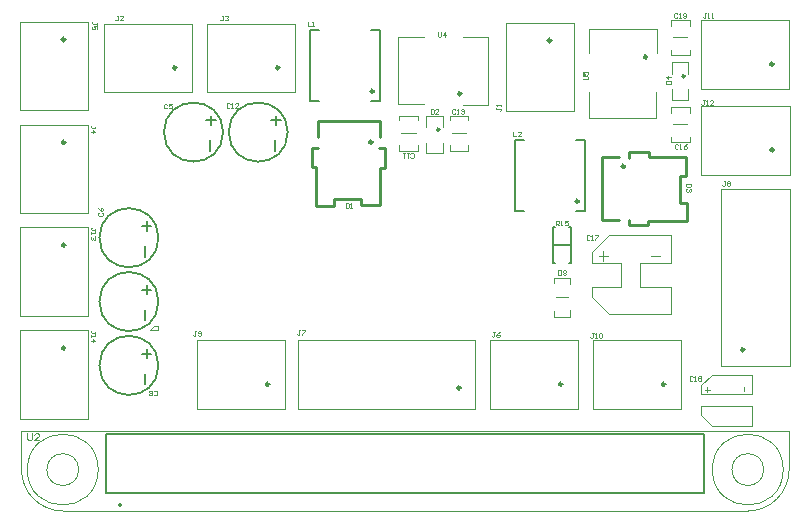
<source format=gto>
G04*
G04 #@! TF.GenerationSoftware,Altium Limited,Altium Designer,20.0.11 (256)*
G04*
G04 Layer_Color=65535*
%FSLAX44Y44*%
%MOMM*%
G71*
G01*
G75*
%ADD10C,0.2540*%
%ADD11C,0.1500*%
%ADD12C,0.2000*%
%ADD13C,0.1000*%
%ADD14C,0.1270*%
D10*
X379167Y113000D02*
G03*
X379167Y113000I-1414J0D01*
G01*
X644414Y314395D02*
G03*
X644414Y314395I-1414J0D01*
G01*
X643977Y387000D02*
G03*
X643977Y387000I-1414J0D01*
G01*
X44414Y233752D02*
G03*
X44414Y233752I-1414J0D01*
G01*
Y146670D02*
G03*
X44414Y146670I-1414J0D01*
G01*
Y320835D02*
G03*
X44414Y320835I-1414J0D01*
G01*
Y407918D02*
G03*
X44414Y407918I-1414J0D01*
G01*
X619414Y145312D02*
G03*
X619414Y145312I-1414J0D01*
G01*
X217084Y116000D02*
G03*
X217084Y116000I-1414J0D01*
G01*
X305662Y364000D02*
G03*
X305662Y364000I-1414J0D01*
G01*
X304464Y320917D02*
G03*
X304464Y320917I-1414J0D01*
G01*
X361000Y331437D02*
G03*
X361000Y331437I-1000J0D01*
G01*
X379744Y362000D02*
G03*
X379744Y362000I-1414J0D01*
G01*
X569000Y376792D02*
G03*
X569000Y376792I-1000J0D01*
G01*
X537118Y393007D02*
G03*
X537118Y393007I-1414J0D01*
G01*
X518332Y300438D02*
G03*
X518332Y300438I-1414J0D01*
G01*
X479249Y270925D02*
G03*
X479249Y270925I-1414J0D01*
G01*
X225579Y384000D02*
G03*
X225579Y384000I-1414J0D01*
G01*
X138497D02*
G03*
X138497Y384000I-1414J0D01*
G01*
X455827Y407000D02*
G03*
X455827Y407000I-1414J0D01*
G01*
X552414Y116000D02*
G03*
X552414Y116000I-1414J0D01*
G01*
X465249D02*
G03*
X465249Y116000I-1414J0D01*
G01*
X311050Y267917D02*
Y298917D01*
X297050Y267917D02*
X311050D01*
X295050D02*
X297050D01*
X295050D02*
Y272917D01*
X272050D02*
X295050D01*
X272050Y266917D02*
Y272917D01*
X257050Y266917D02*
X272050D01*
X257050D02*
Y299917D01*
X253050D02*
X257050D01*
X253050D02*
Y315917D01*
X258050D01*
X315050Y312917D02*
Y315917D01*
X310050D02*
X315050D01*
Y298917D02*
Y312917D01*
X311050Y298917D02*
X315050D01*
X311050Y324917D02*
Y338917D01*
X258050D02*
X311050D01*
X258050Y324917D02*
Y338917D01*
X498918Y255438D02*
X512918D01*
X498918D02*
Y308438D01*
X512918D01*
X538918D02*
Y312437D01*
X524917D02*
X538918D01*
X521917Y307437D02*
Y312437D01*
X524917D01*
X521917Y250438D02*
Y255438D01*
Y250438D02*
X537918D01*
Y254438D01*
X570918D01*
Y269438D01*
X564917D02*
X570918D01*
X564917D02*
Y292437D01*
X569917D01*
Y294438D01*
Y308438D01*
X538918D02*
X569917D01*
D11*
X232793Y329437D02*
G03*
X232793Y329437I-25000J0D01*
G01*
X123313Y185957D02*
G03*
X123313Y185957I-25000J0D01*
G01*
Y131915D02*
G03*
X123313Y131915I-25000J0D01*
G01*
Y240000D02*
G03*
X123313Y240000I-25000J0D01*
G01*
X178000Y329437D02*
G03*
X178000Y329437I-25000J0D01*
G01*
X471000Y218750D02*
X473000D01*
Y248750D01*
X471000D02*
X473000D01*
X457000D02*
X459000D01*
X457000Y218750D02*
Y248750D01*
Y218750D02*
X459000D01*
X457000Y233750D02*
X473000D01*
X221793Y313437D02*
Y322438D01*
X222793Y335438D02*
Y343437D01*
X218793Y339437D02*
X226793D01*
X112313Y169957D02*
Y178957D01*
X113313Y191957D02*
Y199957D01*
X109313Y195957D02*
X117313D01*
X112313Y115915D02*
Y124915D01*
X113313Y137915D02*
Y145915D01*
X109313Y141915D02*
X117313D01*
X109313Y250000D02*
X117313D01*
X113313Y246000D02*
Y254000D01*
X112313Y224000D02*
Y233000D01*
X164000Y339437D02*
X172000D01*
X168000Y335438D02*
Y343437D01*
X167000Y313437D02*
Y322438D01*
D12*
X91763Y13600D02*
G03*
X91763Y13600I-1000J0D01*
G01*
X251248Y356000D02*
Y416000D01*
X311248Y356000D02*
Y416000D01*
X251248Y356000D02*
X259248D01*
X251248Y416000D02*
X259248D01*
X303248Y356000D02*
X311248D01*
X303248Y416000D02*
X311248D01*
X476835Y322925D02*
X484835D01*
X476835Y262925D02*
X484835D01*
X424835Y322925D02*
X432835D01*
X424835Y262925D02*
X432835D01*
X484835D02*
Y322925D01*
X424835Y262925D02*
Y322925D01*
D13*
X622313Y8700D02*
G03*
X657313Y43700I0J35000D01*
G01*
X72317D02*
G03*
X72317Y43700I-30004J0D01*
G01*
X55813D02*
G03*
X55813Y43700I-13500J0D01*
G01*
X652317D02*
G03*
X652317Y43700I-30004J0D01*
G01*
X635813D02*
G03*
X635813Y43700I-13500J0D01*
G01*
X7312D02*
G03*
X42312Y8700I35000J0D01*
G01*
X391753Y95000D02*
Y153000D01*
X242752D02*
X391753D01*
X241752Y95000D02*
X391753D01*
X241752D02*
Y153000D01*
X242752D01*
X583000Y89843D02*
Y97500D01*
Y89843D02*
X591843Y81000D01*
X626000D01*
X592000Y124000D02*
X626000D01*
X583000Y115000D02*
X592000Y124000D01*
X583000Y107500D02*
Y115000D01*
X585950Y111489D02*
X590067Y111503D01*
X588000Y109500D02*
Y113498D01*
X626000Y107500D02*
Y124000D01*
Y81000D02*
Y97500D01*
X583000Y107500D02*
X626000D01*
X583000Y97500D02*
X626000D01*
X618831Y109862D02*
Y113860D01*
X557000Y175625D02*
Y198625D01*
X556000Y175625D02*
X557000D01*
X556000Y198625D02*
X557000D01*
Y218625D02*
Y242125D01*
X556000Y218625D02*
X557000D01*
X556000Y242125D02*
X557000D01*
X545500D02*
X556000D01*
Y242125D02*
Y242125D01*
X504500D02*
X545500D01*
X490000Y227625D02*
X504500Y242125D01*
X490000Y190125D02*
Y198625D01*
Y190125D02*
X504500Y175625D01*
X490000Y218625D02*
Y227625D01*
X542000Y175625D02*
X556000D01*
X540000Y224625D02*
X548000D01*
X500000Y220625D02*
Y228625D01*
X496000Y224625D02*
X504000D01*
X531000Y218625D02*
X556000D01*
X531000Y198625D02*
X556000D01*
X490000D02*
X515000D01*
X490000Y218625D02*
X515000D01*
X531000Y198625D02*
Y218625D01*
X515000Y198625D02*
Y218625D01*
X504500Y175625D02*
X542000D01*
X472000Y201000D02*
Y206000D01*
X458000D02*
X472000D01*
X458000Y202000D02*
Y206000D01*
X472000Y173000D02*
Y177000D01*
X458000Y173000D02*
X472000D01*
X458000D02*
Y178000D01*
X472000Y177000D02*
Y179000D01*
X460000Y190000D02*
X470000D01*
X42312Y8700D02*
X622313D01*
X81763Y76000D02*
X656763D01*
X657313Y43700D02*
Y76000D01*
X72263D02*
X81763D01*
X23425Y76000D02*
X55650D01*
X7312Y43700D02*
Y76000D01*
X55650Y76000D02*
X71763D01*
X7312D02*
X23425D01*
X583000Y293395D02*
X658000D01*
X583000D02*
Y351395D01*
X658000D01*
Y293395D02*
Y351395D01*
X582562Y366000D02*
X657562D01*
X582562D02*
Y424000D01*
X657562D01*
Y366000D02*
Y424000D01*
X64000Y173752D02*
Y248752D01*
X6000Y173752D02*
X64000D01*
X6000D02*
Y248752D01*
X64000D01*
Y86670D02*
Y161670D01*
X6000Y86670D02*
X64000D01*
X6000D02*
Y161670D01*
X64000D01*
Y260835D02*
Y335835D01*
X6000Y260835D02*
X64000D01*
X6000D02*
Y335835D01*
X64000D01*
Y347918D02*
Y422918D01*
X6000Y347918D02*
X64000D01*
X6000D02*
Y422918D01*
X64000D01*
X600000Y131313D02*
X658000D01*
Y280312D01*
X600000Y131313D02*
Y281313D01*
X658000D01*
Y280312D02*
Y281313D01*
X155670Y95000D02*
X230670D01*
X155670D02*
Y153000D01*
X230670D01*
Y95000D02*
Y153000D01*
X329000Y328437D02*
X341000D01*
X343000Y339437D02*
Y343437D01*
X327000D02*
X343000D01*
X327000Y339437D02*
Y343437D01*
X343000Y313437D02*
Y318437D01*
X327000Y313437D02*
X343000D01*
X327000D02*
Y318437D01*
X371793Y328437D02*
X383793D01*
X385793Y339437D02*
Y343437D01*
X369793D02*
X385793D01*
X369793Y339437D02*
Y343437D01*
X385793Y313437D02*
Y318437D01*
X369793Y313437D02*
X385793D01*
X369793D02*
Y318437D01*
X350000Y311437D02*
Y320438D01*
Y333438D02*
Y343437D01*
X364000Y311437D02*
Y320438D01*
X350000Y311437D02*
X364000D01*
Y333438D02*
Y343437D01*
X350000D02*
X364000D01*
X326330Y353000D02*
Y363000D01*
Y353000D02*
X348330D01*
X381330Y352000D02*
X402330D01*
Y368000D01*
Y410000D01*
X381330D02*
X402330D01*
X326330Y363000D02*
Y410000D01*
X348330D01*
X559000Y409585D02*
X571000D01*
X557000Y394585D02*
Y398585D01*
Y394585D02*
X573000D01*
Y398585D01*
X557000Y419585D02*
Y424585D01*
X573000D01*
Y419585D02*
Y424585D01*
X559000Y336000D02*
X571000D01*
X557000Y321000D02*
Y325000D01*
Y321000D02*
X573000D01*
Y325000D01*
X557000Y346000D02*
Y351000D01*
X573000D01*
Y346000D02*
Y351000D01*
X558000Y356792D02*
Y365793D01*
Y378792D02*
Y388792D01*
X572000Y356792D02*
Y365793D01*
X558000Y356792D02*
X572000D01*
Y378792D02*
Y388792D01*
X558000D02*
X572000D01*
X534704Y341007D02*
X544704D01*
Y363007D01*
X545704Y396007D02*
Y417007D01*
X529704D02*
X545704D01*
X487704D02*
X529704D01*
X487704Y396007D02*
Y417007D01*
Y341007D02*
X534704D01*
X487704D02*
Y363007D01*
X239165Y363000D02*
Y421000D01*
X164165D02*
X239165D01*
X164165Y363000D02*
Y421000D01*
Y363000D02*
X239165D01*
X152083D02*
Y421000D01*
X77083D02*
X152083D01*
X77083Y363000D02*
Y421000D01*
Y363000D02*
X152083D01*
X417413Y422000D02*
X475413D01*
X417413Y347000D02*
Y422000D01*
Y347000D02*
X475413D01*
Y422000D01*
X566000Y95000D02*
Y153000D01*
X491000D02*
X566000D01*
X491000Y95000D02*
Y153000D01*
Y95000D02*
X566000D01*
X478835D02*
Y153000D01*
X403835D02*
X478835D01*
X403835Y95000D02*
Y153000D01*
Y95000D02*
X478835D01*
X243251Y161999D02*
X241918D01*
X242585D01*
Y158667D01*
X241918Y158001D01*
X241252D01*
X240585Y158667D01*
X244584Y161999D02*
X247250D01*
Y161333D01*
X244584Y158667D01*
Y158001D01*
X488480Y241333D02*
X487813Y241999D01*
X486481D01*
X485814Y241333D01*
Y238667D01*
X486481Y238001D01*
X487813D01*
X488480Y238667D01*
X489813Y238001D02*
X491146D01*
X490479D01*
Y241999D01*
X489813Y241333D01*
X493145Y241999D02*
X495811D01*
Y241333D01*
X493145Y238667D01*
Y238001D01*
X575667Y122333D02*
X575001Y122999D01*
X573668D01*
X573002Y122333D01*
Y119667D01*
X573668Y119001D01*
X575001D01*
X575667Y119667D01*
X577000Y119001D02*
X578333D01*
X577667D01*
Y122999D01*
X577000Y122333D01*
X580333D02*
X580999Y122999D01*
X582332D01*
X582998Y122333D01*
Y121666D01*
X582332Y121000D01*
X582998Y120334D01*
Y119667D01*
X582332Y119001D01*
X580999D01*
X580333Y119667D01*
Y120334D01*
X580999Y121000D01*
X580333Y121666D01*
Y122333D01*
X580999Y121000D02*
X582332D01*
X120541Y162187D02*
X121208Y161521D01*
X122541D01*
X123207Y162187D01*
Y164853D01*
X122541Y165519D01*
X121208D01*
X120541Y164853D01*
X119209Y161521D02*
X116543D01*
Y162187D01*
X119209Y164853D01*
Y165519D01*
X183668Y353333D02*
X183001Y353999D01*
X181668D01*
X181002Y353333D01*
Y350667D01*
X181668Y350001D01*
X183001D01*
X183668Y350667D01*
X185000Y350001D02*
X186333D01*
X185667D01*
Y353999D01*
X185000Y353333D01*
X190998Y350001D02*
X188333D01*
X190998Y352667D01*
Y353333D01*
X190332Y353999D01*
X188999D01*
X188333Y353333D01*
X119542Y107187D02*
X120208Y106521D01*
X121541D01*
X122207Y107187D01*
Y109853D01*
X121541Y110519D01*
X120208D01*
X119542Y109853D01*
X118209Y107187D02*
X117542Y106521D01*
X116209D01*
X115543Y107187D01*
Y107853D01*
X116209Y108520D01*
X115543Y109186D01*
Y109853D01*
X116209Y110519D01*
X117542D01*
X118209Y109853D01*
Y109186D01*
X117542Y108520D01*
X118209Y107853D01*
Y107187D01*
X117542Y108520D02*
X116209D01*
X12364Y74399D02*
Y69401D01*
X13364Y68401D01*
X15363D01*
X16363Y69401D01*
Y74399D01*
X22361Y68401D02*
X18362D01*
X22361Y72400D01*
Y73399D01*
X21361Y74399D01*
X19362D01*
X18362Y73399D01*
X72980Y261334D02*
X72313Y260667D01*
Y259334D01*
X72980Y258668D01*
X75645D01*
X76312Y259334D01*
Y260667D01*
X75645Y261334D01*
X72313Y265332D02*
X72980Y263999D01*
X74313Y262666D01*
X75645D01*
X76312Y263333D01*
Y264666D01*
X75645Y265332D01*
X74979D01*
X74313Y264666D01*
Y262666D01*
X130541Y352770D02*
X129875Y353437D01*
X128542D01*
X127875Y352770D01*
Y350104D01*
X128542Y349438D01*
X129875D01*
X130541Y350104D01*
X134540Y353437D02*
X131874D01*
Y351437D01*
X133207Y352104D01*
X133873D01*
X134540Y351437D01*
Y350104D01*
X133873Y349438D01*
X132540D01*
X131874Y350104D01*
X482655Y374068D02*
X485987D01*
X486653Y374734D01*
Y376067D01*
X485987Y376734D01*
X482655D01*
Y380732D02*
Y378066D01*
X484654D01*
X483988Y379399D01*
Y380066D01*
X484654Y380732D01*
X485987D01*
X486653Y380066D01*
Y378733D01*
X485987Y378066D01*
X359833Y413999D02*
Y410667D01*
X360499Y410001D01*
X361832D01*
X362499Y410667D01*
Y413999D01*
X365831Y410001D02*
Y413999D01*
X363831Y412000D01*
X366497D01*
X459837Y250501D02*
Y254499D01*
X461836D01*
X462503Y253833D01*
Y252500D01*
X461836Y251834D01*
X459837D01*
X461170D02*
X462503Y250501D01*
X463835D02*
X465168D01*
X464502D01*
Y254499D01*
X463835Y253833D01*
X469833Y254499D02*
X467168D01*
Y252500D01*
X468501Y253167D01*
X469167D01*
X469833Y252500D01*
Y251167D01*
X469167Y250501D01*
X467834D01*
X467168Y251167D01*
X423503Y329924D02*
Y325925D01*
X426169D01*
X430167D02*
X427501D01*
X430167Y328591D01*
Y329258D01*
X429501Y329924D01*
X428168D01*
X427501Y329258D01*
X249582Y422999D02*
Y419001D01*
X252248D01*
X253580D02*
X254913D01*
X254247D01*
Y422999D01*
X253580Y422333D01*
X69999Y158837D02*
Y160170D01*
Y159504D01*
X66667D01*
X66001Y160170D01*
Y160837D01*
X66667Y161503D01*
X66001Y157505D02*
Y156172D01*
Y156838D01*
X69999D01*
X69333Y157505D01*
X66001Y152173D02*
X69999D01*
X68000Y154172D01*
Y151506D01*
X69999Y245837D02*
Y247170D01*
Y246504D01*
X66667D01*
X66001Y247170D01*
Y247837D01*
X66667Y248503D01*
X66001Y244505D02*
Y243172D01*
Y243838D01*
X69999D01*
X69333Y244505D01*
Y241172D02*
X69999Y240506D01*
Y239173D01*
X69333Y238506D01*
X68667D01*
X68000Y239173D01*
Y239839D01*
Y239173D01*
X67334Y238506D01*
X66667D01*
X66001Y239173D01*
Y240506D01*
X66667Y241172D01*
X585667Y356477D02*
X584334D01*
X585001D01*
Y353145D01*
X584334Y352478D01*
X583668D01*
X583002Y353145D01*
X587000Y352478D02*
X588333D01*
X587667D01*
Y356477D01*
X587000Y355811D01*
X592998Y352478D02*
X590333D01*
X592998Y355144D01*
Y355811D01*
X592332Y356477D01*
X590999D01*
X590333Y355811D01*
X586979Y430164D02*
X585646D01*
X586312D01*
Y426832D01*
X585646Y426166D01*
X584980D01*
X584313Y426832D01*
X588312Y426166D02*
X589645D01*
X588978D01*
Y430164D01*
X588312Y429498D01*
X591644Y426166D02*
X592977D01*
X592310D01*
Y430164D01*
X591644Y429498D01*
X603334Y287999D02*
X602001D01*
X602667D01*
Y284667D01*
X602001Y284001D01*
X601334D01*
X600668Y284667D01*
X604666Y287333D02*
X605333Y287999D01*
X606666D01*
X607332Y287333D01*
Y286667D01*
X606666Y286000D01*
X607332Y285333D01*
Y284667D01*
X606666Y284001D01*
X605333D01*
X604666Y284667D01*
Y285333D01*
X605333Y286000D01*
X604666Y286667D01*
Y287333D01*
X605333Y286000D02*
X606666D01*
X408168Y159999D02*
X406836D01*
X407502D01*
Y156667D01*
X406836Y156001D01*
X406169D01*
X405503Y156667D01*
X412167Y159999D02*
X410834Y159333D01*
X409501Y158000D01*
Y156667D01*
X410168Y156001D01*
X411501D01*
X412167Y156667D01*
Y157333D01*
X411501Y158000D01*
X409501D01*
X491750Y158999D02*
X490417D01*
X491083D01*
Y155667D01*
X490417Y155001D01*
X489751D01*
X489084Y155667D01*
X493083Y155001D02*
X494416D01*
X493749D01*
Y158999D01*
X493083Y158333D01*
X496415D02*
X497082Y158999D01*
X498414D01*
X499081Y158333D01*
Y155667D01*
X498414Y155001D01*
X497082D01*
X496415Y155667D01*
Y158333D01*
X155334Y160999D02*
X154001D01*
X154667D01*
Y157667D01*
X154001Y157001D01*
X153334D01*
X152668Y157667D01*
X156666D02*
X157333Y157001D01*
X158666D01*
X159332Y157667D01*
Y160333D01*
X158666Y160999D01*
X157333D01*
X156666Y160333D01*
Y159666D01*
X157333Y159000D01*
X159332D01*
X70917Y420459D02*
Y421792D01*
Y421125D01*
X67585D01*
X66918Y421792D01*
Y422458D01*
X67585Y423125D01*
X70917Y416460D02*
Y419126D01*
X68917D01*
X69584Y417793D01*
Y417127D01*
X68917Y416460D01*
X67585D01*
X66918Y417127D01*
Y418460D01*
X67585Y419126D01*
X69999Y332501D02*
Y333834D01*
Y333168D01*
X66667D01*
X66001Y333834D01*
Y334501D01*
X66667Y335167D01*
X66001Y329169D02*
X69999D01*
X68000Y331169D01*
Y328503D01*
X178334Y427999D02*
X177001D01*
X177667D01*
Y424667D01*
X177001Y424001D01*
X176334D01*
X175668Y424667D01*
X179667Y427333D02*
X180333Y427999D01*
X181666D01*
X182332Y427333D01*
Y426666D01*
X181666Y426000D01*
X180999D01*
X181666D01*
X182332Y425334D01*
Y424667D01*
X181666Y424001D01*
X180333D01*
X179667Y424667D01*
X89334Y427999D02*
X88001D01*
X88667D01*
Y424667D01*
X88001Y424001D01*
X87334D01*
X86668Y424667D01*
X93332Y424001D02*
X90667D01*
X93332Y426666D01*
Y427333D01*
X92666Y427999D01*
X91333D01*
X90667Y427333D01*
X409413Y350000D02*
Y348667D01*
Y349333D01*
X412746D01*
X413412Y348667D01*
Y348001D01*
X412746Y347334D01*
X413412Y351333D02*
Y352666D01*
Y351999D01*
X409413D01*
X410080Y351333D01*
X461835Y212292D02*
Y208293D01*
X463835D01*
X464501Y208960D01*
Y211625D01*
X463835Y212292D01*
X461835D01*
X465834Y211625D02*
X466501Y212292D01*
X467834D01*
X468500Y211625D01*
Y210959D01*
X467834Y210292D01*
X468500Y209626D01*
Y208960D01*
X467834Y208293D01*
X466501D01*
X465834Y208960D01*
Y209626D01*
X466501Y210292D01*
X465834Y210959D01*
Y211625D01*
X466501Y210292D02*
X467834D01*
X553001Y370460D02*
X556999D01*
Y372460D01*
X556333Y373126D01*
X553667D01*
X553001Y372460D01*
Y370460D01*
X556999Y376458D02*
X553001D01*
X555000Y374459D01*
Y377125D01*
X574392Y285605D02*
X570393D01*
Y283605D01*
X571060Y282939D01*
X573726D01*
X574392Y283605D01*
Y285605D01*
X573726Y281606D02*
X574392Y280940D01*
Y279607D01*
X573726Y278940D01*
X573059D01*
X572393Y279607D01*
Y280273D01*
Y279607D01*
X571726Y278940D01*
X571060D01*
X570393Y279607D01*
Y280940D01*
X571060Y281606D01*
X353668Y348999D02*
Y345001D01*
X355667D01*
X356334Y345667D01*
Y348333D01*
X355667Y348999D01*
X353668D01*
X360332Y345001D02*
X357667D01*
X360332Y347667D01*
Y348333D01*
X359666Y348999D01*
X358333D01*
X357667Y348333D01*
X281717Y268999D02*
Y265001D01*
X283716D01*
X284383Y265667D01*
Y268333D01*
X283716Y268999D01*
X281717D01*
X285716Y265001D02*
X287048D01*
X286382D01*
Y268999D01*
X285716Y268333D01*
X562667Y429333D02*
X562001Y429999D01*
X560668D01*
X560002Y429333D01*
Y426667D01*
X560668Y426001D01*
X562001D01*
X562667Y426667D01*
X564000Y426001D02*
X565333D01*
X564667D01*
Y429999D01*
X564000Y429333D01*
X567333Y426667D02*
X567999Y426001D01*
X569332D01*
X569998Y426667D01*
Y429333D01*
X569332Y429999D01*
X567999D01*
X567333Y429333D01*
Y428666D01*
X567999Y428000D01*
X569998D01*
X563230Y318720D02*
X562564Y319387D01*
X561231D01*
X560564Y318720D01*
Y316055D01*
X561231Y315388D01*
X562564D01*
X563230Y316055D01*
X564563Y315388D02*
X565896D01*
X565229D01*
Y319387D01*
X564563Y318720D01*
X570561Y319387D02*
X569228Y318720D01*
X567895Y317388D01*
Y316055D01*
X568562Y315388D01*
X569894D01*
X570561Y316055D01*
Y316721D01*
X569894Y317388D01*
X567895D01*
X374668Y348333D02*
X374001Y348999D01*
X372668D01*
X372002Y348333D01*
Y345667D01*
X372668Y345001D01*
X374001D01*
X374668Y345667D01*
X376000Y345001D02*
X377333D01*
X376667D01*
Y348999D01*
X376000Y348333D01*
X379333D02*
X379999Y348999D01*
X381332D01*
X381998Y348333D01*
Y347667D01*
X381332Y347000D01*
X380666D01*
X381332D01*
X381998Y346334D01*
Y345667D01*
X381332Y345001D01*
X379999D01*
X379333Y345667D01*
X336666Y308542D02*
X337332Y307875D01*
X338666D01*
X339332Y308542D01*
Y311208D01*
X338666Y311874D01*
X337332D01*
X336666Y311208D01*
X335333Y311874D02*
X334000D01*
X334667D01*
Y307875D01*
X335333Y308542D01*
X332001Y311874D02*
X330668D01*
X331334D01*
Y307875D01*
X332001Y308542D01*
D14*
X78713Y23600D02*
Y73800D01*
X585412Y23600D02*
Y73800D01*
X78713Y23600D02*
X585412D01*
X78713Y73800D02*
X585412D01*
M02*

</source>
